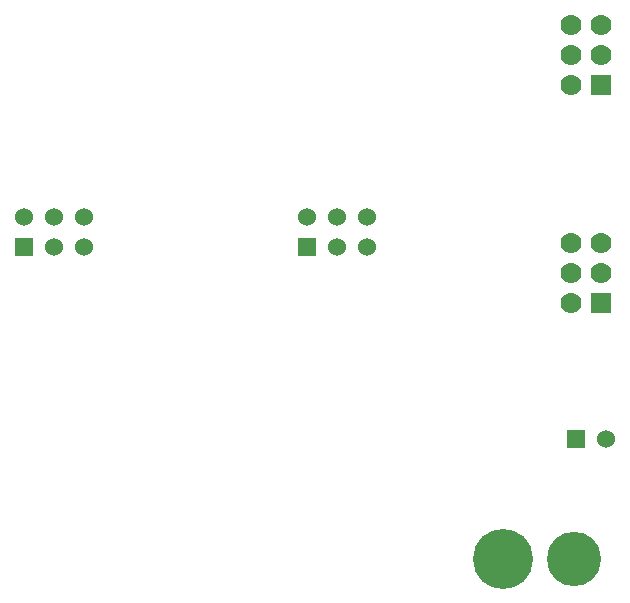
<source format=gts>
G04 (created by PCBNEW (2013-mar-13)-testing) date Tue 12 Nov 2013 05:41:53 PM PST*
%MOIN*%
G04 Gerber Fmt 3.4, Leading zero omitted, Abs format*
%FSLAX34Y34*%
G01*
G70*
G90*
G04 APERTURE LIST*
%ADD10C,0.005906*%
%ADD11C,0.200000*%
%ADD12C,0.181100*%
%ADD13R,0.060000X0.060000*%
%ADD14C,0.060000*%
%ADD15R,0.070000X0.070000*%
%ADD16C,0.070000*%
G04 APERTURE END LIST*
G54D10*
G54D11*
X37800Y-38450D03*
G54D12*
X40162Y-38450D03*
G54D13*
X21834Y-28059D03*
G54D14*
X21834Y-27059D03*
X22834Y-28059D03*
X22834Y-27059D03*
X23834Y-28059D03*
X23834Y-27059D03*
G54D13*
X31283Y-28059D03*
G54D14*
X31283Y-27059D03*
X32283Y-28059D03*
X32283Y-27059D03*
X33283Y-28059D03*
X33283Y-27059D03*
G54D15*
X41051Y-22653D03*
G54D16*
X40051Y-22653D03*
X41051Y-21653D03*
X40051Y-21653D03*
X41051Y-20653D03*
X40051Y-20653D03*
G54D13*
X40248Y-34448D03*
G54D14*
X41248Y-34448D03*
G54D15*
X41051Y-29937D03*
G54D16*
X40051Y-29937D03*
X41051Y-28937D03*
X40051Y-28937D03*
X41051Y-27937D03*
X40051Y-27937D03*
M02*

</source>
